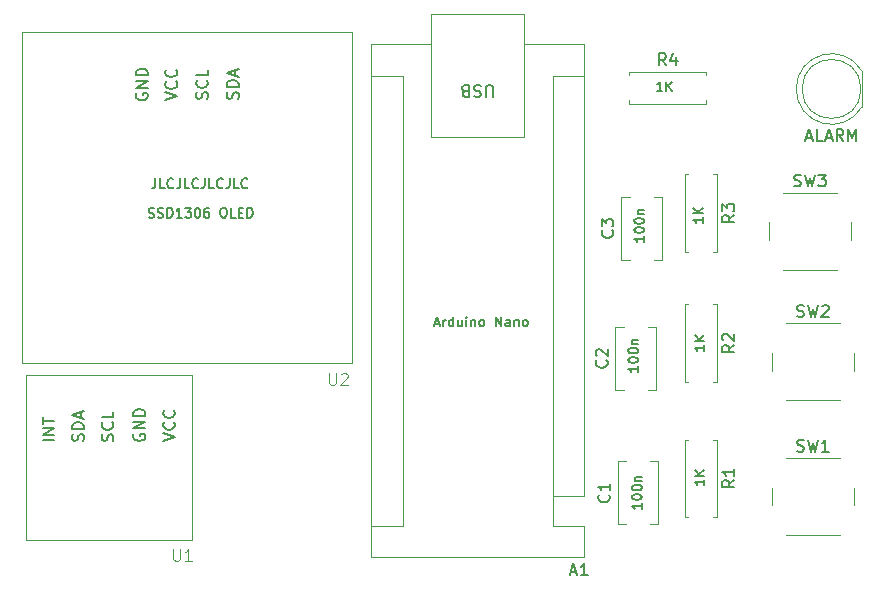
<source format=gto>
%TF.GenerationSoftware,KiCad,Pcbnew,9.0.6*%
%TF.CreationDate,2026-01-04T15:49:14-06:00*%
%TF.ProjectId,spo2_project,73706f32-5f70-4726-9f6a-6563742e6b69,rev?*%
%TF.SameCoordinates,Original*%
%TF.FileFunction,Legend,Top*%
%TF.FilePolarity,Positive*%
%FSLAX46Y46*%
G04 Gerber Fmt 4.6, Leading zero omitted, Abs format (unit mm)*
G04 Created by KiCad (PCBNEW 9.0.6) date 2026-01-04 15:49:14*
%MOMM*%
%LPD*%
G01*
G04 APERTURE LIST*
%ADD10C,0.152400*%
%ADD11C,0.162560*%
%ADD12C,0.100000*%
%ADD13C,0.150000*%
%ADD14C,0.120000*%
G04 APERTURE END LIST*
D10*
X92755082Y-86153899D02*
X92871196Y-86192603D01*
X92871196Y-86192603D02*
X93064720Y-86192603D01*
X93064720Y-86192603D02*
X93142129Y-86153899D01*
X93142129Y-86153899D02*
X93180834Y-86115194D01*
X93180834Y-86115194D02*
X93219539Y-86037784D01*
X93219539Y-86037784D02*
X93219539Y-85960375D01*
X93219539Y-85960375D02*
X93180834Y-85882965D01*
X93180834Y-85882965D02*
X93142129Y-85844260D01*
X93142129Y-85844260D02*
X93064720Y-85805556D01*
X93064720Y-85805556D02*
X92909901Y-85766851D01*
X92909901Y-85766851D02*
X92832491Y-85728146D01*
X92832491Y-85728146D02*
X92793786Y-85689441D01*
X92793786Y-85689441D02*
X92755082Y-85612032D01*
X92755082Y-85612032D02*
X92755082Y-85534622D01*
X92755082Y-85534622D02*
X92793786Y-85457213D01*
X92793786Y-85457213D02*
X92832491Y-85418508D01*
X92832491Y-85418508D02*
X92909901Y-85379803D01*
X92909901Y-85379803D02*
X93103424Y-85379803D01*
X93103424Y-85379803D02*
X93219539Y-85418508D01*
X93529177Y-86153899D02*
X93645291Y-86192603D01*
X93645291Y-86192603D02*
X93838815Y-86192603D01*
X93838815Y-86192603D02*
X93916224Y-86153899D01*
X93916224Y-86153899D02*
X93954929Y-86115194D01*
X93954929Y-86115194D02*
X93993634Y-86037784D01*
X93993634Y-86037784D02*
X93993634Y-85960375D01*
X93993634Y-85960375D02*
X93954929Y-85882965D01*
X93954929Y-85882965D02*
X93916224Y-85844260D01*
X93916224Y-85844260D02*
X93838815Y-85805556D01*
X93838815Y-85805556D02*
X93683996Y-85766851D01*
X93683996Y-85766851D02*
X93606586Y-85728146D01*
X93606586Y-85728146D02*
X93567881Y-85689441D01*
X93567881Y-85689441D02*
X93529177Y-85612032D01*
X93529177Y-85612032D02*
X93529177Y-85534622D01*
X93529177Y-85534622D02*
X93567881Y-85457213D01*
X93567881Y-85457213D02*
X93606586Y-85418508D01*
X93606586Y-85418508D02*
X93683996Y-85379803D01*
X93683996Y-85379803D02*
X93877519Y-85379803D01*
X93877519Y-85379803D02*
X93993634Y-85418508D01*
X94341976Y-86192603D02*
X94341976Y-85379803D01*
X94341976Y-85379803D02*
X94535500Y-85379803D01*
X94535500Y-85379803D02*
X94651614Y-85418508D01*
X94651614Y-85418508D02*
X94729024Y-85495918D01*
X94729024Y-85495918D02*
X94767729Y-85573327D01*
X94767729Y-85573327D02*
X94806433Y-85728146D01*
X94806433Y-85728146D02*
X94806433Y-85844260D01*
X94806433Y-85844260D02*
X94767729Y-85999079D01*
X94767729Y-85999079D02*
X94729024Y-86076489D01*
X94729024Y-86076489D02*
X94651614Y-86153899D01*
X94651614Y-86153899D02*
X94535500Y-86192603D01*
X94535500Y-86192603D02*
X94341976Y-86192603D01*
X95580529Y-86192603D02*
X95116072Y-86192603D01*
X95348300Y-86192603D02*
X95348300Y-85379803D01*
X95348300Y-85379803D02*
X95270891Y-85495918D01*
X95270891Y-85495918D02*
X95193481Y-85573327D01*
X95193481Y-85573327D02*
X95116072Y-85612032D01*
X95851462Y-85379803D02*
X96354624Y-85379803D01*
X96354624Y-85379803D02*
X96083690Y-85689441D01*
X96083690Y-85689441D02*
X96199805Y-85689441D01*
X96199805Y-85689441D02*
X96277214Y-85728146D01*
X96277214Y-85728146D02*
X96315919Y-85766851D01*
X96315919Y-85766851D02*
X96354624Y-85844260D01*
X96354624Y-85844260D02*
X96354624Y-86037784D01*
X96354624Y-86037784D02*
X96315919Y-86115194D01*
X96315919Y-86115194D02*
X96277214Y-86153899D01*
X96277214Y-86153899D02*
X96199805Y-86192603D01*
X96199805Y-86192603D02*
X95967576Y-86192603D01*
X95967576Y-86192603D02*
X95890167Y-86153899D01*
X95890167Y-86153899D02*
X95851462Y-86115194D01*
X96857785Y-85379803D02*
X96935195Y-85379803D01*
X96935195Y-85379803D02*
X97012604Y-85418508D01*
X97012604Y-85418508D02*
X97051309Y-85457213D01*
X97051309Y-85457213D02*
X97090014Y-85534622D01*
X97090014Y-85534622D02*
X97128719Y-85689441D01*
X97128719Y-85689441D02*
X97128719Y-85882965D01*
X97128719Y-85882965D02*
X97090014Y-86037784D01*
X97090014Y-86037784D02*
X97051309Y-86115194D01*
X97051309Y-86115194D02*
X97012604Y-86153899D01*
X97012604Y-86153899D02*
X96935195Y-86192603D01*
X96935195Y-86192603D02*
X96857785Y-86192603D01*
X96857785Y-86192603D02*
X96780376Y-86153899D01*
X96780376Y-86153899D02*
X96741671Y-86115194D01*
X96741671Y-86115194D02*
X96702966Y-86037784D01*
X96702966Y-86037784D02*
X96664262Y-85882965D01*
X96664262Y-85882965D02*
X96664262Y-85689441D01*
X96664262Y-85689441D02*
X96702966Y-85534622D01*
X96702966Y-85534622D02*
X96741671Y-85457213D01*
X96741671Y-85457213D02*
X96780376Y-85418508D01*
X96780376Y-85418508D02*
X96857785Y-85379803D01*
X97825404Y-85379803D02*
X97670585Y-85379803D01*
X97670585Y-85379803D02*
X97593176Y-85418508D01*
X97593176Y-85418508D02*
X97554471Y-85457213D01*
X97554471Y-85457213D02*
X97477061Y-85573327D01*
X97477061Y-85573327D02*
X97438357Y-85728146D01*
X97438357Y-85728146D02*
X97438357Y-86037784D01*
X97438357Y-86037784D02*
X97477061Y-86115194D01*
X97477061Y-86115194D02*
X97515766Y-86153899D01*
X97515766Y-86153899D02*
X97593176Y-86192603D01*
X97593176Y-86192603D02*
X97747995Y-86192603D01*
X97747995Y-86192603D02*
X97825404Y-86153899D01*
X97825404Y-86153899D02*
X97864109Y-86115194D01*
X97864109Y-86115194D02*
X97902814Y-86037784D01*
X97902814Y-86037784D02*
X97902814Y-85844260D01*
X97902814Y-85844260D02*
X97864109Y-85766851D01*
X97864109Y-85766851D02*
X97825404Y-85728146D01*
X97825404Y-85728146D02*
X97747995Y-85689441D01*
X97747995Y-85689441D02*
X97593176Y-85689441D01*
X97593176Y-85689441D02*
X97515766Y-85728146D01*
X97515766Y-85728146D02*
X97477061Y-85766851D01*
X97477061Y-85766851D02*
X97438357Y-85844260D01*
X99025251Y-85379803D02*
X99180070Y-85379803D01*
X99180070Y-85379803D02*
X99257480Y-85418508D01*
X99257480Y-85418508D02*
X99334889Y-85495918D01*
X99334889Y-85495918D02*
X99373594Y-85650737D01*
X99373594Y-85650737D02*
X99373594Y-85921670D01*
X99373594Y-85921670D02*
X99334889Y-86076489D01*
X99334889Y-86076489D02*
X99257480Y-86153899D01*
X99257480Y-86153899D02*
X99180070Y-86192603D01*
X99180070Y-86192603D02*
X99025251Y-86192603D01*
X99025251Y-86192603D02*
X98947842Y-86153899D01*
X98947842Y-86153899D02*
X98870432Y-86076489D01*
X98870432Y-86076489D02*
X98831728Y-85921670D01*
X98831728Y-85921670D02*
X98831728Y-85650737D01*
X98831728Y-85650737D02*
X98870432Y-85495918D01*
X98870432Y-85495918D02*
X98947842Y-85418508D01*
X98947842Y-85418508D02*
X99025251Y-85379803D01*
X100108985Y-86192603D02*
X99721937Y-86192603D01*
X99721937Y-86192603D02*
X99721937Y-85379803D01*
X100379918Y-85766851D02*
X100650852Y-85766851D01*
X100766966Y-86192603D02*
X100379918Y-86192603D01*
X100379918Y-86192603D02*
X100379918Y-85379803D01*
X100379918Y-85379803D02*
X100766966Y-85379803D01*
X101115308Y-86192603D02*
X101115308Y-85379803D01*
X101115308Y-85379803D02*
X101308832Y-85379803D01*
X101308832Y-85379803D02*
X101424946Y-85418508D01*
X101424946Y-85418508D02*
X101502356Y-85495918D01*
X101502356Y-85495918D02*
X101541061Y-85573327D01*
X101541061Y-85573327D02*
X101579765Y-85728146D01*
X101579765Y-85728146D02*
X101579765Y-85844260D01*
X101579765Y-85844260D02*
X101541061Y-85999079D01*
X101541061Y-85999079D02*
X101502356Y-86076489D01*
X101502356Y-86076489D02*
X101424946Y-86153899D01*
X101424946Y-86153899D02*
X101308832Y-86192603D01*
X101308832Y-86192603D02*
X101115308Y-86192603D01*
X139792603Y-108380460D02*
X139792603Y-108844917D01*
X139792603Y-108612689D02*
X138979803Y-108612689D01*
X138979803Y-108612689D02*
X139095918Y-108690098D01*
X139095918Y-108690098D02*
X139173327Y-108767508D01*
X139173327Y-108767508D02*
X139212032Y-108844917D01*
X139792603Y-108032118D02*
X138979803Y-108032118D01*
X139792603Y-107567661D02*
X139328146Y-107916003D01*
X138979803Y-107567661D02*
X139444260Y-108032118D01*
X136245539Y-75492603D02*
X135781082Y-75492603D01*
X136013310Y-75492603D02*
X136013310Y-74679803D01*
X136013310Y-74679803D02*
X135935901Y-74795918D01*
X135935901Y-74795918D02*
X135858491Y-74873327D01*
X135858491Y-74873327D02*
X135781082Y-74912032D01*
X136593881Y-75492603D02*
X136593881Y-74679803D01*
X137058338Y-75492603D02*
X136709996Y-75028146D01*
X137058338Y-74679803D02*
X136593881Y-75144260D01*
X139792603Y-96980460D02*
X139792603Y-97444917D01*
X139792603Y-97212689D02*
X138979803Y-97212689D01*
X138979803Y-97212689D02*
X139095918Y-97290098D01*
X139095918Y-97290098D02*
X139173327Y-97367508D01*
X139173327Y-97367508D02*
X139212032Y-97444917D01*
X139792603Y-96632118D02*
X138979803Y-96632118D01*
X139792603Y-96167661D02*
X139328146Y-96516003D01*
X138979803Y-96167661D02*
X139444260Y-96632118D01*
X134192603Y-98780460D02*
X134192603Y-99244917D01*
X134192603Y-99012689D02*
X133379803Y-99012689D01*
X133379803Y-99012689D02*
X133495918Y-99090098D01*
X133495918Y-99090098D02*
X133573327Y-99167508D01*
X133573327Y-99167508D02*
X133612032Y-99244917D01*
X133379803Y-98277299D02*
X133379803Y-98199889D01*
X133379803Y-98199889D02*
X133418508Y-98122480D01*
X133418508Y-98122480D02*
X133457213Y-98083775D01*
X133457213Y-98083775D02*
X133534622Y-98045070D01*
X133534622Y-98045070D02*
X133689441Y-98006365D01*
X133689441Y-98006365D02*
X133882965Y-98006365D01*
X133882965Y-98006365D02*
X134037784Y-98045070D01*
X134037784Y-98045070D02*
X134115194Y-98083775D01*
X134115194Y-98083775D02*
X134153899Y-98122480D01*
X134153899Y-98122480D02*
X134192603Y-98199889D01*
X134192603Y-98199889D02*
X134192603Y-98277299D01*
X134192603Y-98277299D02*
X134153899Y-98354708D01*
X134153899Y-98354708D02*
X134115194Y-98393413D01*
X134115194Y-98393413D02*
X134037784Y-98432118D01*
X134037784Y-98432118D02*
X133882965Y-98470822D01*
X133882965Y-98470822D02*
X133689441Y-98470822D01*
X133689441Y-98470822D02*
X133534622Y-98432118D01*
X133534622Y-98432118D02*
X133457213Y-98393413D01*
X133457213Y-98393413D02*
X133418508Y-98354708D01*
X133418508Y-98354708D02*
X133379803Y-98277299D01*
X133379803Y-97503204D02*
X133379803Y-97425794D01*
X133379803Y-97425794D02*
X133418508Y-97348385D01*
X133418508Y-97348385D02*
X133457213Y-97309680D01*
X133457213Y-97309680D02*
X133534622Y-97270975D01*
X133534622Y-97270975D02*
X133689441Y-97232270D01*
X133689441Y-97232270D02*
X133882965Y-97232270D01*
X133882965Y-97232270D02*
X134037784Y-97270975D01*
X134037784Y-97270975D02*
X134115194Y-97309680D01*
X134115194Y-97309680D02*
X134153899Y-97348385D01*
X134153899Y-97348385D02*
X134192603Y-97425794D01*
X134192603Y-97425794D02*
X134192603Y-97503204D01*
X134192603Y-97503204D02*
X134153899Y-97580613D01*
X134153899Y-97580613D02*
X134115194Y-97619318D01*
X134115194Y-97619318D02*
X134037784Y-97658023D01*
X134037784Y-97658023D02*
X133882965Y-97696727D01*
X133882965Y-97696727D02*
X133689441Y-97696727D01*
X133689441Y-97696727D02*
X133534622Y-97658023D01*
X133534622Y-97658023D02*
X133457213Y-97619318D01*
X133457213Y-97619318D02*
X133418508Y-97580613D01*
X133418508Y-97580613D02*
X133379803Y-97503204D01*
X133650737Y-96883928D02*
X134192603Y-96883928D01*
X133728146Y-96883928D02*
X133689441Y-96845223D01*
X133689441Y-96845223D02*
X133650737Y-96767813D01*
X133650737Y-96767813D02*
X133650737Y-96651699D01*
X133650737Y-96651699D02*
X133689441Y-96574290D01*
X133689441Y-96574290D02*
X133766851Y-96535585D01*
X133766851Y-96535585D02*
X134192603Y-96535585D01*
X134492603Y-110380460D02*
X134492603Y-110844917D01*
X134492603Y-110612689D02*
X133679803Y-110612689D01*
X133679803Y-110612689D02*
X133795918Y-110690098D01*
X133795918Y-110690098D02*
X133873327Y-110767508D01*
X133873327Y-110767508D02*
X133912032Y-110844917D01*
X133679803Y-109877299D02*
X133679803Y-109799889D01*
X133679803Y-109799889D02*
X133718508Y-109722480D01*
X133718508Y-109722480D02*
X133757213Y-109683775D01*
X133757213Y-109683775D02*
X133834622Y-109645070D01*
X133834622Y-109645070D02*
X133989441Y-109606365D01*
X133989441Y-109606365D02*
X134182965Y-109606365D01*
X134182965Y-109606365D02*
X134337784Y-109645070D01*
X134337784Y-109645070D02*
X134415194Y-109683775D01*
X134415194Y-109683775D02*
X134453899Y-109722480D01*
X134453899Y-109722480D02*
X134492603Y-109799889D01*
X134492603Y-109799889D02*
X134492603Y-109877299D01*
X134492603Y-109877299D02*
X134453899Y-109954708D01*
X134453899Y-109954708D02*
X134415194Y-109993413D01*
X134415194Y-109993413D02*
X134337784Y-110032118D01*
X134337784Y-110032118D02*
X134182965Y-110070822D01*
X134182965Y-110070822D02*
X133989441Y-110070822D01*
X133989441Y-110070822D02*
X133834622Y-110032118D01*
X133834622Y-110032118D02*
X133757213Y-109993413D01*
X133757213Y-109993413D02*
X133718508Y-109954708D01*
X133718508Y-109954708D02*
X133679803Y-109877299D01*
X133679803Y-109103204D02*
X133679803Y-109025794D01*
X133679803Y-109025794D02*
X133718508Y-108948385D01*
X133718508Y-108948385D02*
X133757213Y-108909680D01*
X133757213Y-108909680D02*
X133834622Y-108870975D01*
X133834622Y-108870975D02*
X133989441Y-108832270D01*
X133989441Y-108832270D02*
X134182965Y-108832270D01*
X134182965Y-108832270D02*
X134337784Y-108870975D01*
X134337784Y-108870975D02*
X134415194Y-108909680D01*
X134415194Y-108909680D02*
X134453899Y-108948385D01*
X134453899Y-108948385D02*
X134492603Y-109025794D01*
X134492603Y-109025794D02*
X134492603Y-109103204D01*
X134492603Y-109103204D02*
X134453899Y-109180613D01*
X134453899Y-109180613D02*
X134415194Y-109219318D01*
X134415194Y-109219318D02*
X134337784Y-109258023D01*
X134337784Y-109258023D02*
X134182965Y-109296727D01*
X134182965Y-109296727D02*
X133989441Y-109296727D01*
X133989441Y-109296727D02*
X133834622Y-109258023D01*
X133834622Y-109258023D02*
X133757213Y-109219318D01*
X133757213Y-109219318D02*
X133718508Y-109180613D01*
X133718508Y-109180613D02*
X133679803Y-109103204D01*
X133950737Y-108483928D02*
X134492603Y-108483928D01*
X134028146Y-108483928D02*
X133989441Y-108445223D01*
X133989441Y-108445223D02*
X133950737Y-108367813D01*
X133950737Y-108367813D02*
X133950737Y-108251699D01*
X133950737Y-108251699D02*
X133989441Y-108174290D01*
X133989441Y-108174290D02*
X134066851Y-108135585D01*
X134066851Y-108135585D02*
X134492603Y-108135585D01*
X116955082Y-95160375D02*
X117342129Y-95160375D01*
X116877672Y-95392603D02*
X117148605Y-94579803D01*
X117148605Y-94579803D02*
X117419539Y-95392603D01*
X117690472Y-95392603D02*
X117690472Y-94850737D01*
X117690472Y-95005556D02*
X117729177Y-94928146D01*
X117729177Y-94928146D02*
X117767882Y-94889441D01*
X117767882Y-94889441D02*
X117845291Y-94850737D01*
X117845291Y-94850737D02*
X117922701Y-94850737D01*
X118541977Y-95392603D02*
X118541977Y-94579803D01*
X118541977Y-95353899D02*
X118464568Y-95392603D01*
X118464568Y-95392603D02*
X118309749Y-95392603D01*
X118309749Y-95392603D02*
X118232339Y-95353899D01*
X118232339Y-95353899D02*
X118193634Y-95315194D01*
X118193634Y-95315194D02*
X118154930Y-95237784D01*
X118154930Y-95237784D02*
X118154930Y-95005556D01*
X118154930Y-95005556D02*
X118193634Y-94928146D01*
X118193634Y-94928146D02*
X118232339Y-94889441D01*
X118232339Y-94889441D02*
X118309749Y-94850737D01*
X118309749Y-94850737D02*
X118464568Y-94850737D01*
X118464568Y-94850737D02*
X118541977Y-94889441D01*
X119277367Y-94850737D02*
X119277367Y-95392603D01*
X118929024Y-94850737D02*
X118929024Y-95276489D01*
X118929024Y-95276489D02*
X118967729Y-95353899D01*
X118967729Y-95353899D02*
X119045139Y-95392603D01*
X119045139Y-95392603D02*
X119161253Y-95392603D01*
X119161253Y-95392603D02*
X119238662Y-95353899D01*
X119238662Y-95353899D02*
X119277367Y-95315194D01*
X119664414Y-95392603D02*
X119664414Y-94850737D01*
X119664414Y-94579803D02*
X119625710Y-94618508D01*
X119625710Y-94618508D02*
X119664414Y-94657213D01*
X119664414Y-94657213D02*
X119703119Y-94618508D01*
X119703119Y-94618508D02*
X119664414Y-94579803D01*
X119664414Y-94579803D02*
X119664414Y-94657213D01*
X120051462Y-94850737D02*
X120051462Y-95392603D01*
X120051462Y-94928146D02*
X120090167Y-94889441D01*
X120090167Y-94889441D02*
X120167577Y-94850737D01*
X120167577Y-94850737D02*
X120283691Y-94850737D01*
X120283691Y-94850737D02*
X120361100Y-94889441D01*
X120361100Y-94889441D02*
X120399805Y-94966851D01*
X120399805Y-94966851D02*
X120399805Y-95392603D01*
X120902967Y-95392603D02*
X120825557Y-95353899D01*
X120825557Y-95353899D02*
X120786852Y-95315194D01*
X120786852Y-95315194D02*
X120748148Y-95237784D01*
X120748148Y-95237784D02*
X120748148Y-95005556D01*
X120748148Y-95005556D02*
X120786852Y-94928146D01*
X120786852Y-94928146D02*
X120825557Y-94889441D01*
X120825557Y-94889441D02*
X120902967Y-94850737D01*
X120902967Y-94850737D02*
X121019081Y-94850737D01*
X121019081Y-94850737D02*
X121096490Y-94889441D01*
X121096490Y-94889441D02*
X121135195Y-94928146D01*
X121135195Y-94928146D02*
X121173900Y-95005556D01*
X121173900Y-95005556D02*
X121173900Y-95237784D01*
X121173900Y-95237784D02*
X121135195Y-95315194D01*
X121135195Y-95315194D02*
X121096490Y-95353899D01*
X121096490Y-95353899D02*
X121019081Y-95392603D01*
X121019081Y-95392603D02*
X120902967Y-95392603D01*
X122141518Y-95392603D02*
X122141518Y-94579803D01*
X122141518Y-94579803D02*
X122605975Y-95392603D01*
X122605975Y-95392603D02*
X122605975Y-94579803D01*
X123341366Y-95392603D02*
X123341366Y-94966851D01*
X123341366Y-94966851D02*
X123302661Y-94889441D01*
X123302661Y-94889441D02*
X123225252Y-94850737D01*
X123225252Y-94850737D02*
X123070433Y-94850737D01*
X123070433Y-94850737D02*
X122993023Y-94889441D01*
X123341366Y-95353899D02*
X123263957Y-95392603D01*
X123263957Y-95392603D02*
X123070433Y-95392603D01*
X123070433Y-95392603D02*
X122993023Y-95353899D01*
X122993023Y-95353899D02*
X122954319Y-95276489D01*
X122954319Y-95276489D02*
X122954319Y-95199079D01*
X122954319Y-95199079D02*
X122993023Y-95121670D01*
X122993023Y-95121670D02*
X123070433Y-95082965D01*
X123070433Y-95082965D02*
X123263957Y-95082965D01*
X123263957Y-95082965D02*
X123341366Y-95044260D01*
X123728413Y-94850737D02*
X123728413Y-95392603D01*
X123728413Y-94928146D02*
X123767118Y-94889441D01*
X123767118Y-94889441D02*
X123844528Y-94850737D01*
X123844528Y-94850737D02*
X123960642Y-94850737D01*
X123960642Y-94850737D02*
X124038051Y-94889441D01*
X124038051Y-94889441D02*
X124076756Y-94966851D01*
X124076756Y-94966851D02*
X124076756Y-95392603D01*
X124579918Y-95392603D02*
X124502508Y-95353899D01*
X124502508Y-95353899D02*
X124463803Y-95315194D01*
X124463803Y-95315194D02*
X124425099Y-95237784D01*
X124425099Y-95237784D02*
X124425099Y-95005556D01*
X124425099Y-95005556D02*
X124463803Y-94928146D01*
X124463803Y-94928146D02*
X124502508Y-94889441D01*
X124502508Y-94889441D02*
X124579918Y-94850737D01*
X124579918Y-94850737D02*
X124696032Y-94850737D01*
X124696032Y-94850737D02*
X124773441Y-94889441D01*
X124773441Y-94889441D02*
X124812146Y-94928146D01*
X124812146Y-94928146D02*
X124850851Y-95005556D01*
X124850851Y-95005556D02*
X124850851Y-95237784D01*
X124850851Y-95237784D02*
X124812146Y-95315194D01*
X124812146Y-95315194D02*
X124773441Y-95353899D01*
X124773441Y-95353899D02*
X124696032Y-95392603D01*
X124696032Y-95392603D02*
X124579918Y-95392603D01*
X134692603Y-87780460D02*
X134692603Y-88244917D01*
X134692603Y-88012689D02*
X133879803Y-88012689D01*
X133879803Y-88012689D02*
X133995918Y-88090098D01*
X133995918Y-88090098D02*
X134073327Y-88167508D01*
X134073327Y-88167508D02*
X134112032Y-88244917D01*
X133879803Y-87277299D02*
X133879803Y-87199889D01*
X133879803Y-87199889D02*
X133918508Y-87122480D01*
X133918508Y-87122480D02*
X133957213Y-87083775D01*
X133957213Y-87083775D02*
X134034622Y-87045070D01*
X134034622Y-87045070D02*
X134189441Y-87006365D01*
X134189441Y-87006365D02*
X134382965Y-87006365D01*
X134382965Y-87006365D02*
X134537784Y-87045070D01*
X134537784Y-87045070D02*
X134615194Y-87083775D01*
X134615194Y-87083775D02*
X134653899Y-87122480D01*
X134653899Y-87122480D02*
X134692603Y-87199889D01*
X134692603Y-87199889D02*
X134692603Y-87277299D01*
X134692603Y-87277299D02*
X134653899Y-87354708D01*
X134653899Y-87354708D02*
X134615194Y-87393413D01*
X134615194Y-87393413D02*
X134537784Y-87432118D01*
X134537784Y-87432118D02*
X134382965Y-87470822D01*
X134382965Y-87470822D02*
X134189441Y-87470822D01*
X134189441Y-87470822D02*
X134034622Y-87432118D01*
X134034622Y-87432118D02*
X133957213Y-87393413D01*
X133957213Y-87393413D02*
X133918508Y-87354708D01*
X133918508Y-87354708D02*
X133879803Y-87277299D01*
X133879803Y-86503204D02*
X133879803Y-86425794D01*
X133879803Y-86425794D02*
X133918508Y-86348385D01*
X133918508Y-86348385D02*
X133957213Y-86309680D01*
X133957213Y-86309680D02*
X134034622Y-86270975D01*
X134034622Y-86270975D02*
X134189441Y-86232270D01*
X134189441Y-86232270D02*
X134382965Y-86232270D01*
X134382965Y-86232270D02*
X134537784Y-86270975D01*
X134537784Y-86270975D02*
X134615194Y-86309680D01*
X134615194Y-86309680D02*
X134653899Y-86348385D01*
X134653899Y-86348385D02*
X134692603Y-86425794D01*
X134692603Y-86425794D02*
X134692603Y-86503204D01*
X134692603Y-86503204D02*
X134653899Y-86580613D01*
X134653899Y-86580613D02*
X134615194Y-86619318D01*
X134615194Y-86619318D02*
X134537784Y-86658023D01*
X134537784Y-86658023D02*
X134382965Y-86696727D01*
X134382965Y-86696727D02*
X134189441Y-86696727D01*
X134189441Y-86696727D02*
X134034622Y-86658023D01*
X134034622Y-86658023D02*
X133957213Y-86619318D01*
X133957213Y-86619318D02*
X133918508Y-86580613D01*
X133918508Y-86580613D02*
X133879803Y-86503204D01*
X134150737Y-85883928D02*
X134692603Y-85883928D01*
X134228146Y-85883928D02*
X134189441Y-85845223D01*
X134189441Y-85845223D02*
X134150737Y-85767813D01*
X134150737Y-85767813D02*
X134150737Y-85651699D01*
X134150737Y-85651699D02*
X134189441Y-85574290D01*
X134189441Y-85574290D02*
X134266851Y-85535585D01*
X134266851Y-85535585D02*
X134692603Y-85535585D01*
D11*
X93332699Y-82879274D02*
X93332699Y-83459846D01*
X93332699Y-83459846D02*
X93293994Y-83575960D01*
X93293994Y-83575960D02*
X93216585Y-83653370D01*
X93216585Y-83653370D02*
X93100470Y-83692074D01*
X93100470Y-83692074D02*
X93023061Y-83692074D01*
X94106794Y-83692074D02*
X93719746Y-83692074D01*
X93719746Y-83692074D02*
X93719746Y-82879274D01*
X94842184Y-83614665D02*
X94803480Y-83653370D01*
X94803480Y-83653370D02*
X94687365Y-83692074D01*
X94687365Y-83692074D02*
X94609956Y-83692074D01*
X94609956Y-83692074D02*
X94493842Y-83653370D01*
X94493842Y-83653370D02*
X94416432Y-83575960D01*
X94416432Y-83575960D02*
X94377727Y-83498550D01*
X94377727Y-83498550D02*
X94339023Y-83343731D01*
X94339023Y-83343731D02*
X94339023Y-83227617D01*
X94339023Y-83227617D02*
X94377727Y-83072798D01*
X94377727Y-83072798D02*
X94416432Y-82995389D01*
X94416432Y-82995389D02*
X94493842Y-82917979D01*
X94493842Y-82917979D02*
X94609956Y-82879274D01*
X94609956Y-82879274D02*
X94687365Y-82879274D01*
X94687365Y-82879274D02*
X94803480Y-82917979D01*
X94803480Y-82917979D02*
X94842184Y-82956684D01*
X95422756Y-82879274D02*
X95422756Y-83459846D01*
X95422756Y-83459846D02*
X95384051Y-83575960D01*
X95384051Y-83575960D02*
X95306642Y-83653370D01*
X95306642Y-83653370D02*
X95190527Y-83692074D01*
X95190527Y-83692074D02*
X95113118Y-83692074D01*
X96196851Y-83692074D02*
X95809803Y-83692074D01*
X95809803Y-83692074D02*
X95809803Y-82879274D01*
X96932241Y-83614665D02*
X96893537Y-83653370D01*
X96893537Y-83653370D02*
X96777422Y-83692074D01*
X96777422Y-83692074D02*
X96700013Y-83692074D01*
X96700013Y-83692074D02*
X96583899Y-83653370D01*
X96583899Y-83653370D02*
X96506489Y-83575960D01*
X96506489Y-83575960D02*
X96467784Y-83498550D01*
X96467784Y-83498550D02*
X96429080Y-83343731D01*
X96429080Y-83343731D02*
X96429080Y-83227617D01*
X96429080Y-83227617D02*
X96467784Y-83072798D01*
X96467784Y-83072798D02*
X96506489Y-82995389D01*
X96506489Y-82995389D02*
X96583899Y-82917979D01*
X96583899Y-82917979D02*
X96700013Y-82879274D01*
X96700013Y-82879274D02*
X96777422Y-82879274D01*
X96777422Y-82879274D02*
X96893537Y-82917979D01*
X96893537Y-82917979D02*
X96932241Y-82956684D01*
X97512813Y-82879274D02*
X97512813Y-83459846D01*
X97512813Y-83459846D02*
X97474108Y-83575960D01*
X97474108Y-83575960D02*
X97396699Y-83653370D01*
X97396699Y-83653370D02*
X97280584Y-83692074D01*
X97280584Y-83692074D02*
X97203175Y-83692074D01*
X98286908Y-83692074D02*
X97899860Y-83692074D01*
X97899860Y-83692074D02*
X97899860Y-82879274D01*
X99022298Y-83614665D02*
X98983594Y-83653370D01*
X98983594Y-83653370D02*
X98867479Y-83692074D01*
X98867479Y-83692074D02*
X98790070Y-83692074D01*
X98790070Y-83692074D02*
X98673956Y-83653370D01*
X98673956Y-83653370D02*
X98596546Y-83575960D01*
X98596546Y-83575960D02*
X98557841Y-83498550D01*
X98557841Y-83498550D02*
X98519137Y-83343731D01*
X98519137Y-83343731D02*
X98519137Y-83227617D01*
X98519137Y-83227617D02*
X98557841Y-83072798D01*
X98557841Y-83072798D02*
X98596546Y-82995389D01*
X98596546Y-82995389D02*
X98673956Y-82917979D01*
X98673956Y-82917979D02*
X98790070Y-82879274D01*
X98790070Y-82879274D02*
X98867479Y-82879274D01*
X98867479Y-82879274D02*
X98983594Y-82917979D01*
X98983594Y-82917979D02*
X99022298Y-82956684D01*
X99602870Y-82879274D02*
X99602870Y-83459846D01*
X99602870Y-83459846D02*
X99564165Y-83575960D01*
X99564165Y-83575960D02*
X99486756Y-83653370D01*
X99486756Y-83653370D02*
X99370641Y-83692074D01*
X99370641Y-83692074D02*
X99293232Y-83692074D01*
X100376965Y-83692074D02*
X99989917Y-83692074D01*
X99989917Y-83692074D02*
X99989917Y-82879274D01*
X101112355Y-83614665D02*
X101073651Y-83653370D01*
X101073651Y-83653370D02*
X100957536Y-83692074D01*
X100957536Y-83692074D02*
X100880127Y-83692074D01*
X100880127Y-83692074D02*
X100764013Y-83653370D01*
X100764013Y-83653370D02*
X100686603Y-83575960D01*
X100686603Y-83575960D02*
X100647898Y-83498550D01*
X100647898Y-83498550D02*
X100609194Y-83343731D01*
X100609194Y-83343731D02*
X100609194Y-83227617D01*
X100609194Y-83227617D02*
X100647898Y-83072798D01*
X100647898Y-83072798D02*
X100686603Y-82995389D01*
X100686603Y-82995389D02*
X100764013Y-82917979D01*
X100764013Y-82917979D02*
X100880127Y-82879274D01*
X100880127Y-82879274D02*
X100957536Y-82879274D01*
X100957536Y-82879274D02*
X101073651Y-82917979D01*
X101073651Y-82917979D02*
X101112355Y-82956684D01*
D10*
X139692603Y-86180460D02*
X139692603Y-86644917D01*
X139692603Y-86412689D02*
X138879803Y-86412689D01*
X138879803Y-86412689D02*
X138995918Y-86490098D01*
X138995918Y-86490098D02*
X139073327Y-86567508D01*
X139073327Y-86567508D02*
X139112032Y-86644917D01*
X139692603Y-85832118D02*
X138879803Y-85832118D01*
X139692603Y-85367661D02*
X139228146Y-85716003D01*
X138879803Y-85367661D02*
X139344260Y-85832118D01*
D12*
X94838095Y-114257419D02*
X94838095Y-115066942D01*
X94838095Y-115066942D02*
X94885714Y-115162180D01*
X94885714Y-115162180D02*
X94933333Y-115209800D01*
X94933333Y-115209800D02*
X95028571Y-115257419D01*
X95028571Y-115257419D02*
X95219047Y-115257419D01*
X95219047Y-115257419D02*
X95314285Y-115209800D01*
X95314285Y-115209800D02*
X95361904Y-115162180D01*
X95361904Y-115162180D02*
X95409523Y-115066942D01*
X95409523Y-115066942D02*
X95409523Y-114257419D01*
X96409523Y-115257419D02*
X95838095Y-115257419D01*
X96123809Y-115257419D02*
X96123809Y-114257419D01*
X96123809Y-114257419D02*
X96028571Y-114400276D01*
X96028571Y-114400276D02*
X95933333Y-114495514D01*
X95933333Y-114495514D02*
X95838095Y-114543133D01*
D13*
X84769819Y-105043220D02*
X83769819Y-105043220D01*
X84769819Y-104567030D02*
X83769819Y-104567030D01*
X83769819Y-104567030D02*
X84769819Y-103995602D01*
X84769819Y-103995602D02*
X83769819Y-103995602D01*
X83769819Y-103662268D02*
X83769819Y-103090840D01*
X84769819Y-103376554D02*
X83769819Y-103376554D01*
X87222200Y-105090839D02*
X87269819Y-104947982D01*
X87269819Y-104947982D02*
X87269819Y-104709887D01*
X87269819Y-104709887D02*
X87222200Y-104614649D01*
X87222200Y-104614649D02*
X87174580Y-104567030D01*
X87174580Y-104567030D02*
X87079342Y-104519411D01*
X87079342Y-104519411D02*
X86984104Y-104519411D01*
X86984104Y-104519411D02*
X86888866Y-104567030D01*
X86888866Y-104567030D02*
X86841247Y-104614649D01*
X86841247Y-104614649D02*
X86793628Y-104709887D01*
X86793628Y-104709887D02*
X86746009Y-104900363D01*
X86746009Y-104900363D02*
X86698390Y-104995601D01*
X86698390Y-104995601D02*
X86650771Y-105043220D01*
X86650771Y-105043220D02*
X86555533Y-105090839D01*
X86555533Y-105090839D02*
X86460295Y-105090839D01*
X86460295Y-105090839D02*
X86365057Y-105043220D01*
X86365057Y-105043220D02*
X86317438Y-104995601D01*
X86317438Y-104995601D02*
X86269819Y-104900363D01*
X86269819Y-104900363D02*
X86269819Y-104662268D01*
X86269819Y-104662268D02*
X86317438Y-104519411D01*
X87269819Y-104090839D02*
X86269819Y-104090839D01*
X86269819Y-104090839D02*
X86269819Y-103852744D01*
X86269819Y-103852744D02*
X86317438Y-103709887D01*
X86317438Y-103709887D02*
X86412676Y-103614649D01*
X86412676Y-103614649D02*
X86507914Y-103567030D01*
X86507914Y-103567030D02*
X86698390Y-103519411D01*
X86698390Y-103519411D02*
X86841247Y-103519411D01*
X86841247Y-103519411D02*
X87031723Y-103567030D01*
X87031723Y-103567030D02*
X87126961Y-103614649D01*
X87126961Y-103614649D02*
X87222200Y-103709887D01*
X87222200Y-103709887D02*
X87269819Y-103852744D01*
X87269819Y-103852744D02*
X87269819Y-104090839D01*
X86984104Y-103138458D02*
X86984104Y-102662268D01*
X87269819Y-103233696D02*
X86269819Y-102900363D01*
X86269819Y-102900363D02*
X87269819Y-102567030D01*
X93969819Y-105086077D02*
X94969819Y-104752744D01*
X94969819Y-104752744D02*
X93969819Y-104419411D01*
X94874580Y-103514649D02*
X94922200Y-103562268D01*
X94922200Y-103562268D02*
X94969819Y-103705125D01*
X94969819Y-103705125D02*
X94969819Y-103800363D01*
X94969819Y-103800363D02*
X94922200Y-103943220D01*
X94922200Y-103943220D02*
X94826961Y-104038458D01*
X94826961Y-104038458D02*
X94731723Y-104086077D01*
X94731723Y-104086077D02*
X94541247Y-104133696D01*
X94541247Y-104133696D02*
X94398390Y-104133696D01*
X94398390Y-104133696D02*
X94207914Y-104086077D01*
X94207914Y-104086077D02*
X94112676Y-104038458D01*
X94112676Y-104038458D02*
X94017438Y-103943220D01*
X94017438Y-103943220D02*
X93969819Y-103800363D01*
X93969819Y-103800363D02*
X93969819Y-103705125D01*
X93969819Y-103705125D02*
X94017438Y-103562268D01*
X94017438Y-103562268D02*
X94065057Y-103514649D01*
X94874580Y-102514649D02*
X94922200Y-102562268D01*
X94922200Y-102562268D02*
X94969819Y-102705125D01*
X94969819Y-102705125D02*
X94969819Y-102800363D01*
X94969819Y-102800363D02*
X94922200Y-102943220D01*
X94922200Y-102943220D02*
X94826961Y-103038458D01*
X94826961Y-103038458D02*
X94731723Y-103086077D01*
X94731723Y-103086077D02*
X94541247Y-103133696D01*
X94541247Y-103133696D02*
X94398390Y-103133696D01*
X94398390Y-103133696D02*
X94207914Y-103086077D01*
X94207914Y-103086077D02*
X94112676Y-103038458D01*
X94112676Y-103038458D02*
X94017438Y-102943220D01*
X94017438Y-102943220D02*
X93969819Y-102800363D01*
X93969819Y-102800363D02*
X93969819Y-102705125D01*
X93969819Y-102705125D02*
X94017438Y-102562268D01*
X94017438Y-102562268D02*
X94065057Y-102514649D01*
X91517438Y-104519411D02*
X91469819Y-104614649D01*
X91469819Y-104614649D02*
X91469819Y-104757506D01*
X91469819Y-104757506D02*
X91517438Y-104900363D01*
X91517438Y-104900363D02*
X91612676Y-104995601D01*
X91612676Y-104995601D02*
X91707914Y-105043220D01*
X91707914Y-105043220D02*
X91898390Y-105090839D01*
X91898390Y-105090839D02*
X92041247Y-105090839D01*
X92041247Y-105090839D02*
X92231723Y-105043220D01*
X92231723Y-105043220D02*
X92326961Y-104995601D01*
X92326961Y-104995601D02*
X92422200Y-104900363D01*
X92422200Y-104900363D02*
X92469819Y-104757506D01*
X92469819Y-104757506D02*
X92469819Y-104662268D01*
X92469819Y-104662268D02*
X92422200Y-104519411D01*
X92422200Y-104519411D02*
X92374580Y-104471792D01*
X92374580Y-104471792D02*
X92041247Y-104471792D01*
X92041247Y-104471792D02*
X92041247Y-104662268D01*
X92469819Y-104043220D02*
X91469819Y-104043220D01*
X91469819Y-104043220D02*
X92469819Y-103471792D01*
X92469819Y-103471792D02*
X91469819Y-103471792D01*
X92469819Y-102995601D02*
X91469819Y-102995601D01*
X91469819Y-102995601D02*
X91469819Y-102757506D01*
X91469819Y-102757506D02*
X91517438Y-102614649D01*
X91517438Y-102614649D02*
X91612676Y-102519411D01*
X91612676Y-102519411D02*
X91707914Y-102471792D01*
X91707914Y-102471792D02*
X91898390Y-102424173D01*
X91898390Y-102424173D02*
X92041247Y-102424173D01*
X92041247Y-102424173D02*
X92231723Y-102471792D01*
X92231723Y-102471792D02*
X92326961Y-102519411D01*
X92326961Y-102519411D02*
X92422200Y-102614649D01*
X92422200Y-102614649D02*
X92469819Y-102757506D01*
X92469819Y-102757506D02*
X92469819Y-102995601D01*
X89722200Y-105090839D02*
X89769819Y-104947982D01*
X89769819Y-104947982D02*
X89769819Y-104709887D01*
X89769819Y-104709887D02*
X89722200Y-104614649D01*
X89722200Y-104614649D02*
X89674580Y-104567030D01*
X89674580Y-104567030D02*
X89579342Y-104519411D01*
X89579342Y-104519411D02*
X89484104Y-104519411D01*
X89484104Y-104519411D02*
X89388866Y-104567030D01*
X89388866Y-104567030D02*
X89341247Y-104614649D01*
X89341247Y-104614649D02*
X89293628Y-104709887D01*
X89293628Y-104709887D02*
X89246009Y-104900363D01*
X89246009Y-104900363D02*
X89198390Y-104995601D01*
X89198390Y-104995601D02*
X89150771Y-105043220D01*
X89150771Y-105043220D02*
X89055533Y-105090839D01*
X89055533Y-105090839D02*
X88960295Y-105090839D01*
X88960295Y-105090839D02*
X88865057Y-105043220D01*
X88865057Y-105043220D02*
X88817438Y-104995601D01*
X88817438Y-104995601D02*
X88769819Y-104900363D01*
X88769819Y-104900363D02*
X88769819Y-104662268D01*
X88769819Y-104662268D02*
X88817438Y-104519411D01*
X89674580Y-103519411D02*
X89722200Y-103567030D01*
X89722200Y-103567030D02*
X89769819Y-103709887D01*
X89769819Y-103709887D02*
X89769819Y-103805125D01*
X89769819Y-103805125D02*
X89722200Y-103947982D01*
X89722200Y-103947982D02*
X89626961Y-104043220D01*
X89626961Y-104043220D02*
X89531723Y-104090839D01*
X89531723Y-104090839D02*
X89341247Y-104138458D01*
X89341247Y-104138458D02*
X89198390Y-104138458D01*
X89198390Y-104138458D02*
X89007914Y-104090839D01*
X89007914Y-104090839D02*
X88912676Y-104043220D01*
X88912676Y-104043220D02*
X88817438Y-103947982D01*
X88817438Y-103947982D02*
X88769819Y-103805125D01*
X88769819Y-103805125D02*
X88769819Y-103709887D01*
X88769819Y-103709887D02*
X88817438Y-103567030D01*
X88817438Y-103567030D02*
X88865057Y-103519411D01*
X89769819Y-102614649D02*
X89769819Y-103090839D01*
X89769819Y-103090839D02*
X88769819Y-103090839D01*
X132009580Y-87266666D02*
X132057200Y-87314285D01*
X132057200Y-87314285D02*
X132104819Y-87457142D01*
X132104819Y-87457142D02*
X132104819Y-87552380D01*
X132104819Y-87552380D02*
X132057200Y-87695237D01*
X132057200Y-87695237D02*
X131961961Y-87790475D01*
X131961961Y-87790475D02*
X131866723Y-87838094D01*
X131866723Y-87838094D02*
X131676247Y-87885713D01*
X131676247Y-87885713D02*
X131533390Y-87885713D01*
X131533390Y-87885713D02*
X131342914Y-87838094D01*
X131342914Y-87838094D02*
X131247676Y-87790475D01*
X131247676Y-87790475D02*
X131152438Y-87695237D01*
X131152438Y-87695237D02*
X131104819Y-87552380D01*
X131104819Y-87552380D02*
X131104819Y-87457142D01*
X131104819Y-87457142D02*
X131152438Y-87314285D01*
X131152438Y-87314285D02*
X131200057Y-87266666D01*
X131104819Y-86933332D02*
X131104819Y-86314285D01*
X131104819Y-86314285D02*
X131485771Y-86647618D01*
X131485771Y-86647618D02*
X131485771Y-86504761D01*
X131485771Y-86504761D02*
X131533390Y-86409523D01*
X131533390Y-86409523D02*
X131581009Y-86361904D01*
X131581009Y-86361904D02*
X131676247Y-86314285D01*
X131676247Y-86314285D02*
X131914342Y-86314285D01*
X131914342Y-86314285D02*
X132009580Y-86361904D01*
X132009580Y-86361904D02*
X132057200Y-86409523D01*
X132057200Y-86409523D02*
X132104819Y-86504761D01*
X132104819Y-86504761D02*
X132104819Y-86790475D01*
X132104819Y-86790475D02*
X132057200Y-86885713D01*
X132057200Y-86885713D02*
X132009580Y-86933332D01*
D12*
X108038095Y-99357419D02*
X108038095Y-100166942D01*
X108038095Y-100166942D02*
X108085714Y-100262180D01*
X108085714Y-100262180D02*
X108133333Y-100309800D01*
X108133333Y-100309800D02*
X108228571Y-100357419D01*
X108228571Y-100357419D02*
X108419047Y-100357419D01*
X108419047Y-100357419D02*
X108514285Y-100309800D01*
X108514285Y-100309800D02*
X108561904Y-100262180D01*
X108561904Y-100262180D02*
X108609523Y-100166942D01*
X108609523Y-100166942D02*
X108609523Y-99357419D01*
X109038095Y-99452657D02*
X109085714Y-99405038D01*
X109085714Y-99405038D02*
X109180952Y-99357419D01*
X109180952Y-99357419D02*
X109419047Y-99357419D01*
X109419047Y-99357419D02*
X109514285Y-99405038D01*
X109514285Y-99405038D02*
X109561904Y-99452657D01*
X109561904Y-99452657D02*
X109609523Y-99547895D01*
X109609523Y-99547895D02*
X109609523Y-99643133D01*
X109609523Y-99643133D02*
X109561904Y-99785990D01*
X109561904Y-99785990D02*
X108990476Y-100357419D01*
X108990476Y-100357419D02*
X109609523Y-100357419D01*
D13*
X94169819Y-76236077D02*
X95169819Y-75902744D01*
X95169819Y-75902744D02*
X94169819Y-75569411D01*
X95074580Y-74664649D02*
X95122200Y-74712268D01*
X95122200Y-74712268D02*
X95169819Y-74855125D01*
X95169819Y-74855125D02*
X95169819Y-74950363D01*
X95169819Y-74950363D02*
X95122200Y-75093220D01*
X95122200Y-75093220D02*
X95026961Y-75188458D01*
X95026961Y-75188458D02*
X94931723Y-75236077D01*
X94931723Y-75236077D02*
X94741247Y-75283696D01*
X94741247Y-75283696D02*
X94598390Y-75283696D01*
X94598390Y-75283696D02*
X94407914Y-75236077D01*
X94407914Y-75236077D02*
X94312676Y-75188458D01*
X94312676Y-75188458D02*
X94217438Y-75093220D01*
X94217438Y-75093220D02*
X94169819Y-74950363D01*
X94169819Y-74950363D02*
X94169819Y-74855125D01*
X94169819Y-74855125D02*
X94217438Y-74712268D01*
X94217438Y-74712268D02*
X94265057Y-74664649D01*
X95074580Y-73664649D02*
X95122200Y-73712268D01*
X95122200Y-73712268D02*
X95169819Y-73855125D01*
X95169819Y-73855125D02*
X95169819Y-73950363D01*
X95169819Y-73950363D02*
X95122200Y-74093220D01*
X95122200Y-74093220D02*
X95026961Y-74188458D01*
X95026961Y-74188458D02*
X94931723Y-74236077D01*
X94931723Y-74236077D02*
X94741247Y-74283696D01*
X94741247Y-74283696D02*
X94598390Y-74283696D01*
X94598390Y-74283696D02*
X94407914Y-74236077D01*
X94407914Y-74236077D02*
X94312676Y-74188458D01*
X94312676Y-74188458D02*
X94217438Y-74093220D01*
X94217438Y-74093220D02*
X94169819Y-73950363D01*
X94169819Y-73950363D02*
X94169819Y-73855125D01*
X94169819Y-73855125D02*
X94217438Y-73712268D01*
X94217438Y-73712268D02*
X94265057Y-73664649D01*
X91717438Y-75669411D02*
X91669819Y-75764649D01*
X91669819Y-75764649D02*
X91669819Y-75907506D01*
X91669819Y-75907506D02*
X91717438Y-76050363D01*
X91717438Y-76050363D02*
X91812676Y-76145601D01*
X91812676Y-76145601D02*
X91907914Y-76193220D01*
X91907914Y-76193220D02*
X92098390Y-76240839D01*
X92098390Y-76240839D02*
X92241247Y-76240839D01*
X92241247Y-76240839D02*
X92431723Y-76193220D01*
X92431723Y-76193220D02*
X92526961Y-76145601D01*
X92526961Y-76145601D02*
X92622200Y-76050363D01*
X92622200Y-76050363D02*
X92669819Y-75907506D01*
X92669819Y-75907506D02*
X92669819Y-75812268D01*
X92669819Y-75812268D02*
X92622200Y-75669411D01*
X92622200Y-75669411D02*
X92574580Y-75621792D01*
X92574580Y-75621792D02*
X92241247Y-75621792D01*
X92241247Y-75621792D02*
X92241247Y-75812268D01*
X92669819Y-75193220D02*
X91669819Y-75193220D01*
X91669819Y-75193220D02*
X92669819Y-74621792D01*
X92669819Y-74621792D02*
X91669819Y-74621792D01*
X92669819Y-74145601D02*
X91669819Y-74145601D01*
X91669819Y-74145601D02*
X91669819Y-73907506D01*
X91669819Y-73907506D02*
X91717438Y-73764649D01*
X91717438Y-73764649D02*
X91812676Y-73669411D01*
X91812676Y-73669411D02*
X91907914Y-73621792D01*
X91907914Y-73621792D02*
X92098390Y-73574173D01*
X92098390Y-73574173D02*
X92241247Y-73574173D01*
X92241247Y-73574173D02*
X92431723Y-73621792D01*
X92431723Y-73621792D02*
X92526961Y-73669411D01*
X92526961Y-73669411D02*
X92622200Y-73764649D01*
X92622200Y-73764649D02*
X92669819Y-73907506D01*
X92669819Y-73907506D02*
X92669819Y-74145601D01*
X97722200Y-76140839D02*
X97769819Y-75997982D01*
X97769819Y-75997982D02*
X97769819Y-75759887D01*
X97769819Y-75759887D02*
X97722200Y-75664649D01*
X97722200Y-75664649D02*
X97674580Y-75617030D01*
X97674580Y-75617030D02*
X97579342Y-75569411D01*
X97579342Y-75569411D02*
X97484104Y-75569411D01*
X97484104Y-75569411D02*
X97388866Y-75617030D01*
X97388866Y-75617030D02*
X97341247Y-75664649D01*
X97341247Y-75664649D02*
X97293628Y-75759887D01*
X97293628Y-75759887D02*
X97246009Y-75950363D01*
X97246009Y-75950363D02*
X97198390Y-76045601D01*
X97198390Y-76045601D02*
X97150771Y-76093220D01*
X97150771Y-76093220D02*
X97055533Y-76140839D01*
X97055533Y-76140839D02*
X96960295Y-76140839D01*
X96960295Y-76140839D02*
X96865057Y-76093220D01*
X96865057Y-76093220D02*
X96817438Y-76045601D01*
X96817438Y-76045601D02*
X96769819Y-75950363D01*
X96769819Y-75950363D02*
X96769819Y-75712268D01*
X96769819Y-75712268D02*
X96817438Y-75569411D01*
X97674580Y-74569411D02*
X97722200Y-74617030D01*
X97722200Y-74617030D02*
X97769819Y-74759887D01*
X97769819Y-74759887D02*
X97769819Y-74855125D01*
X97769819Y-74855125D02*
X97722200Y-74997982D01*
X97722200Y-74997982D02*
X97626961Y-75093220D01*
X97626961Y-75093220D02*
X97531723Y-75140839D01*
X97531723Y-75140839D02*
X97341247Y-75188458D01*
X97341247Y-75188458D02*
X97198390Y-75188458D01*
X97198390Y-75188458D02*
X97007914Y-75140839D01*
X97007914Y-75140839D02*
X96912676Y-75093220D01*
X96912676Y-75093220D02*
X96817438Y-74997982D01*
X96817438Y-74997982D02*
X96769819Y-74855125D01*
X96769819Y-74855125D02*
X96769819Y-74759887D01*
X96769819Y-74759887D02*
X96817438Y-74617030D01*
X96817438Y-74617030D02*
X96865057Y-74569411D01*
X97769819Y-73664649D02*
X97769819Y-74140839D01*
X97769819Y-74140839D02*
X96769819Y-74140839D01*
X100322200Y-76140839D02*
X100369819Y-75997982D01*
X100369819Y-75997982D02*
X100369819Y-75759887D01*
X100369819Y-75759887D02*
X100322200Y-75664649D01*
X100322200Y-75664649D02*
X100274580Y-75617030D01*
X100274580Y-75617030D02*
X100179342Y-75569411D01*
X100179342Y-75569411D02*
X100084104Y-75569411D01*
X100084104Y-75569411D02*
X99988866Y-75617030D01*
X99988866Y-75617030D02*
X99941247Y-75664649D01*
X99941247Y-75664649D02*
X99893628Y-75759887D01*
X99893628Y-75759887D02*
X99846009Y-75950363D01*
X99846009Y-75950363D02*
X99798390Y-76045601D01*
X99798390Y-76045601D02*
X99750771Y-76093220D01*
X99750771Y-76093220D02*
X99655533Y-76140839D01*
X99655533Y-76140839D02*
X99560295Y-76140839D01*
X99560295Y-76140839D02*
X99465057Y-76093220D01*
X99465057Y-76093220D02*
X99417438Y-76045601D01*
X99417438Y-76045601D02*
X99369819Y-75950363D01*
X99369819Y-75950363D02*
X99369819Y-75712268D01*
X99369819Y-75712268D02*
X99417438Y-75569411D01*
X100369819Y-75140839D02*
X99369819Y-75140839D01*
X99369819Y-75140839D02*
X99369819Y-74902744D01*
X99369819Y-74902744D02*
X99417438Y-74759887D01*
X99417438Y-74759887D02*
X99512676Y-74664649D01*
X99512676Y-74664649D02*
X99607914Y-74617030D01*
X99607914Y-74617030D02*
X99798390Y-74569411D01*
X99798390Y-74569411D02*
X99941247Y-74569411D01*
X99941247Y-74569411D02*
X100131723Y-74617030D01*
X100131723Y-74617030D02*
X100226961Y-74664649D01*
X100226961Y-74664649D02*
X100322200Y-74759887D01*
X100322200Y-74759887D02*
X100369819Y-74902744D01*
X100369819Y-74902744D02*
X100369819Y-75140839D01*
X100084104Y-74188458D02*
X100084104Y-73712268D01*
X100369819Y-74283696D02*
X99369819Y-73950363D01*
X99369819Y-73950363D02*
X100369819Y-73617030D01*
X148427143Y-79429104D02*
X148903333Y-79429104D01*
X148331905Y-79714819D02*
X148665238Y-78714819D01*
X148665238Y-78714819D02*
X148998571Y-79714819D01*
X149808095Y-79714819D02*
X149331905Y-79714819D01*
X149331905Y-79714819D02*
X149331905Y-78714819D01*
X150093810Y-79429104D02*
X150570000Y-79429104D01*
X149998572Y-79714819D02*
X150331905Y-78714819D01*
X150331905Y-78714819D02*
X150665238Y-79714819D01*
X151570000Y-79714819D02*
X151236667Y-79238628D01*
X150998572Y-79714819D02*
X150998572Y-78714819D01*
X150998572Y-78714819D02*
X151379524Y-78714819D01*
X151379524Y-78714819D02*
X151474762Y-78762438D01*
X151474762Y-78762438D02*
X151522381Y-78810057D01*
X151522381Y-78810057D02*
X151570000Y-78905295D01*
X151570000Y-78905295D02*
X151570000Y-79048152D01*
X151570000Y-79048152D02*
X151522381Y-79143390D01*
X151522381Y-79143390D02*
X151474762Y-79191009D01*
X151474762Y-79191009D02*
X151379524Y-79238628D01*
X151379524Y-79238628D02*
X150998572Y-79238628D01*
X151998572Y-79714819D02*
X151998572Y-78714819D01*
X151998572Y-78714819D02*
X152331905Y-79429104D01*
X152331905Y-79429104D02*
X152665238Y-78714819D01*
X152665238Y-78714819D02*
X152665238Y-79714819D01*
X147666667Y-105957200D02*
X147809524Y-106004819D01*
X147809524Y-106004819D02*
X148047619Y-106004819D01*
X148047619Y-106004819D02*
X148142857Y-105957200D01*
X148142857Y-105957200D02*
X148190476Y-105909580D01*
X148190476Y-105909580D02*
X148238095Y-105814342D01*
X148238095Y-105814342D02*
X148238095Y-105719104D01*
X148238095Y-105719104D02*
X148190476Y-105623866D01*
X148190476Y-105623866D02*
X148142857Y-105576247D01*
X148142857Y-105576247D02*
X148047619Y-105528628D01*
X148047619Y-105528628D02*
X147857143Y-105481009D01*
X147857143Y-105481009D02*
X147761905Y-105433390D01*
X147761905Y-105433390D02*
X147714286Y-105385771D01*
X147714286Y-105385771D02*
X147666667Y-105290533D01*
X147666667Y-105290533D02*
X147666667Y-105195295D01*
X147666667Y-105195295D02*
X147714286Y-105100057D01*
X147714286Y-105100057D02*
X147761905Y-105052438D01*
X147761905Y-105052438D02*
X147857143Y-105004819D01*
X147857143Y-105004819D02*
X148095238Y-105004819D01*
X148095238Y-105004819D02*
X148238095Y-105052438D01*
X148571429Y-105004819D02*
X148809524Y-106004819D01*
X148809524Y-106004819D02*
X149000000Y-105290533D01*
X149000000Y-105290533D02*
X149190476Y-106004819D01*
X149190476Y-106004819D02*
X149428572Y-105004819D01*
X150333333Y-106004819D02*
X149761905Y-106004819D01*
X150047619Y-106004819D02*
X150047619Y-105004819D01*
X150047619Y-105004819D02*
X149952381Y-105147676D01*
X149952381Y-105147676D02*
X149857143Y-105242914D01*
X149857143Y-105242914D02*
X149761905Y-105290533D01*
X131709580Y-109666666D02*
X131757200Y-109714285D01*
X131757200Y-109714285D02*
X131804819Y-109857142D01*
X131804819Y-109857142D02*
X131804819Y-109952380D01*
X131804819Y-109952380D02*
X131757200Y-110095237D01*
X131757200Y-110095237D02*
X131661961Y-110190475D01*
X131661961Y-110190475D02*
X131566723Y-110238094D01*
X131566723Y-110238094D02*
X131376247Y-110285713D01*
X131376247Y-110285713D02*
X131233390Y-110285713D01*
X131233390Y-110285713D02*
X131042914Y-110238094D01*
X131042914Y-110238094D02*
X130947676Y-110190475D01*
X130947676Y-110190475D02*
X130852438Y-110095237D01*
X130852438Y-110095237D02*
X130804819Y-109952380D01*
X130804819Y-109952380D02*
X130804819Y-109857142D01*
X130804819Y-109857142D02*
X130852438Y-109714285D01*
X130852438Y-109714285D02*
X130900057Y-109666666D01*
X131804819Y-108714285D02*
X131804819Y-109285713D01*
X131804819Y-108999999D02*
X130804819Y-108999999D01*
X130804819Y-108999999D02*
X130947676Y-109095237D01*
X130947676Y-109095237D02*
X131042914Y-109190475D01*
X131042914Y-109190475D02*
X131090533Y-109285713D01*
X142324819Y-85976666D02*
X141848628Y-86309999D01*
X142324819Y-86548094D02*
X141324819Y-86548094D01*
X141324819Y-86548094D02*
X141324819Y-86167142D01*
X141324819Y-86167142D02*
X141372438Y-86071904D01*
X141372438Y-86071904D02*
X141420057Y-86024285D01*
X141420057Y-86024285D02*
X141515295Y-85976666D01*
X141515295Y-85976666D02*
X141658152Y-85976666D01*
X141658152Y-85976666D02*
X141753390Y-86024285D01*
X141753390Y-86024285D02*
X141801009Y-86071904D01*
X141801009Y-86071904D02*
X141848628Y-86167142D01*
X141848628Y-86167142D02*
X141848628Y-86548094D01*
X141324819Y-85643332D02*
X141324819Y-85024285D01*
X141324819Y-85024285D02*
X141705771Y-85357618D01*
X141705771Y-85357618D02*
X141705771Y-85214761D01*
X141705771Y-85214761D02*
X141753390Y-85119523D01*
X141753390Y-85119523D02*
X141801009Y-85071904D01*
X141801009Y-85071904D02*
X141896247Y-85024285D01*
X141896247Y-85024285D02*
X142134342Y-85024285D01*
X142134342Y-85024285D02*
X142229580Y-85071904D01*
X142229580Y-85071904D02*
X142277200Y-85119523D01*
X142277200Y-85119523D02*
X142324819Y-85214761D01*
X142324819Y-85214761D02*
X142324819Y-85500475D01*
X142324819Y-85500475D02*
X142277200Y-85595713D01*
X142277200Y-85595713D02*
X142229580Y-85643332D01*
X128485714Y-116169104D02*
X128961904Y-116169104D01*
X128390476Y-116454819D02*
X128723809Y-115454819D01*
X128723809Y-115454819D02*
X129057142Y-116454819D01*
X129914285Y-116454819D02*
X129342857Y-116454819D01*
X129628571Y-116454819D02*
X129628571Y-115454819D01*
X129628571Y-115454819D02*
X129533333Y-115597676D01*
X129533333Y-115597676D02*
X129438095Y-115692914D01*
X129438095Y-115692914D02*
X129342857Y-115740533D01*
X121881904Y-75985180D02*
X121881904Y-75175657D01*
X121881904Y-75175657D02*
X121834285Y-75080419D01*
X121834285Y-75080419D02*
X121786666Y-75032800D01*
X121786666Y-75032800D02*
X121691428Y-74985180D01*
X121691428Y-74985180D02*
X121500952Y-74985180D01*
X121500952Y-74985180D02*
X121405714Y-75032800D01*
X121405714Y-75032800D02*
X121358095Y-75080419D01*
X121358095Y-75080419D02*
X121310476Y-75175657D01*
X121310476Y-75175657D02*
X121310476Y-75985180D01*
X120881904Y-75032800D02*
X120739047Y-74985180D01*
X120739047Y-74985180D02*
X120500952Y-74985180D01*
X120500952Y-74985180D02*
X120405714Y-75032800D01*
X120405714Y-75032800D02*
X120358095Y-75080419D01*
X120358095Y-75080419D02*
X120310476Y-75175657D01*
X120310476Y-75175657D02*
X120310476Y-75270895D01*
X120310476Y-75270895D02*
X120358095Y-75366133D01*
X120358095Y-75366133D02*
X120405714Y-75413752D01*
X120405714Y-75413752D02*
X120500952Y-75461371D01*
X120500952Y-75461371D02*
X120691428Y-75508990D01*
X120691428Y-75508990D02*
X120786666Y-75556609D01*
X120786666Y-75556609D02*
X120834285Y-75604228D01*
X120834285Y-75604228D02*
X120881904Y-75699466D01*
X120881904Y-75699466D02*
X120881904Y-75794704D01*
X120881904Y-75794704D02*
X120834285Y-75889942D01*
X120834285Y-75889942D02*
X120786666Y-75937561D01*
X120786666Y-75937561D02*
X120691428Y-75985180D01*
X120691428Y-75985180D02*
X120453333Y-75985180D01*
X120453333Y-75985180D02*
X120310476Y-75937561D01*
X119548571Y-75508990D02*
X119405714Y-75461371D01*
X119405714Y-75461371D02*
X119358095Y-75413752D01*
X119358095Y-75413752D02*
X119310476Y-75318514D01*
X119310476Y-75318514D02*
X119310476Y-75175657D01*
X119310476Y-75175657D02*
X119358095Y-75080419D01*
X119358095Y-75080419D02*
X119405714Y-75032800D01*
X119405714Y-75032800D02*
X119500952Y-74985180D01*
X119500952Y-74985180D02*
X119881904Y-74985180D01*
X119881904Y-74985180D02*
X119881904Y-75985180D01*
X119881904Y-75985180D02*
X119548571Y-75985180D01*
X119548571Y-75985180D02*
X119453333Y-75937561D01*
X119453333Y-75937561D02*
X119405714Y-75889942D01*
X119405714Y-75889942D02*
X119358095Y-75794704D01*
X119358095Y-75794704D02*
X119358095Y-75699466D01*
X119358095Y-75699466D02*
X119405714Y-75604228D01*
X119405714Y-75604228D02*
X119453333Y-75556609D01*
X119453333Y-75556609D02*
X119548571Y-75508990D01*
X119548571Y-75508990D02*
X119881904Y-75508990D01*
X147666667Y-94557200D02*
X147809524Y-94604819D01*
X147809524Y-94604819D02*
X148047619Y-94604819D01*
X148047619Y-94604819D02*
X148142857Y-94557200D01*
X148142857Y-94557200D02*
X148190476Y-94509580D01*
X148190476Y-94509580D02*
X148238095Y-94414342D01*
X148238095Y-94414342D02*
X148238095Y-94319104D01*
X148238095Y-94319104D02*
X148190476Y-94223866D01*
X148190476Y-94223866D02*
X148142857Y-94176247D01*
X148142857Y-94176247D02*
X148047619Y-94128628D01*
X148047619Y-94128628D02*
X147857143Y-94081009D01*
X147857143Y-94081009D02*
X147761905Y-94033390D01*
X147761905Y-94033390D02*
X147714286Y-93985771D01*
X147714286Y-93985771D02*
X147666667Y-93890533D01*
X147666667Y-93890533D02*
X147666667Y-93795295D01*
X147666667Y-93795295D02*
X147714286Y-93700057D01*
X147714286Y-93700057D02*
X147761905Y-93652438D01*
X147761905Y-93652438D02*
X147857143Y-93604819D01*
X147857143Y-93604819D02*
X148095238Y-93604819D01*
X148095238Y-93604819D02*
X148238095Y-93652438D01*
X148571429Y-93604819D02*
X148809524Y-94604819D01*
X148809524Y-94604819D02*
X149000000Y-93890533D01*
X149000000Y-93890533D02*
X149190476Y-94604819D01*
X149190476Y-94604819D02*
X149428572Y-93604819D01*
X149761905Y-93700057D02*
X149809524Y-93652438D01*
X149809524Y-93652438D02*
X149904762Y-93604819D01*
X149904762Y-93604819D02*
X150142857Y-93604819D01*
X150142857Y-93604819D02*
X150238095Y-93652438D01*
X150238095Y-93652438D02*
X150285714Y-93700057D01*
X150285714Y-93700057D02*
X150333333Y-93795295D01*
X150333333Y-93795295D02*
X150333333Y-93890533D01*
X150333333Y-93890533D02*
X150285714Y-94033390D01*
X150285714Y-94033390D02*
X149714286Y-94604819D01*
X149714286Y-94604819D02*
X150333333Y-94604819D01*
X136543333Y-73284819D02*
X136210000Y-72808628D01*
X135971905Y-73284819D02*
X135971905Y-72284819D01*
X135971905Y-72284819D02*
X136352857Y-72284819D01*
X136352857Y-72284819D02*
X136448095Y-72332438D01*
X136448095Y-72332438D02*
X136495714Y-72380057D01*
X136495714Y-72380057D02*
X136543333Y-72475295D01*
X136543333Y-72475295D02*
X136543333Y-72618152D01*
X136543333Y-72618152D02*
X136495714Y-72713390D01*
X136495714Y-72713390D02*
X136448095Y-72761009D01*
X136448095Y-72761009D02*
X136352857Y-72808628D01*
X136352857Y-72808628D02*
X135971905Y-72808628D01*
X137400476Y-72618152D02*
X137400476Y-73284819D01*
X137162381Y-72237200D02*
X136924286Y-72951485D01*
X136924286Y-72951485D02*
X137543333Y-72951485D01*
X131509580Y-98266666D02*
X131557200Y-98314285D01*
X131557200Y-98314285D02*
X131604819Y-98457142D01*
X131604819Y-98457142D02*
X131604819Y-98552380D01*
X131604819Y-98552380D02*
X131557200Y-98695237D01*
X131557200Y-98695237D02*
X131461961Y-98790475D01*
X131461961Y-98790475D02*
X131366723Y-98838094D01*
X131366723Y-98838094D02*
X131176247Y-98885713D01*
X131176247Y-98885713D02*
X131033390Y-98885713D01*
X131033390Y-98885713D02*
X130842914Y-98838094D01*
X130842914Y-98838094D02*
X130747676Y-98790475D01*
X130747676Y-98790475D02*
X130652438Y-98695237D01*
X130652438Y-98695237D02*
X130604819Y-98552380D01*
X130604819Y-98552380D02*
X130604819Y-98457142D01*
X130604819Y-98457142D02*
X130652438Y-98314285D01*
X130652438Y-98314285D02*
X130700057Y-98266666D01*
X130700057Y-97885713D02*
X130652438Y-97838094D01*
X130652438Y-97838094D02*
X130604819Y-97742856D01*
X130604819Y-97742856D02*
X130604819Y-97504761D01*
X130604819Y-97504761D02*
X130652438Y-97409523D01*
X130652438Y-97409523D02*
X130700057Y-97361904D01*
X130700057Y-97361904D02*
X130795295Y-97314285D01*
X130795295Y-97314285D02*
X130890533Y-97314285D01*
X130890533Y-97314285D02*
X131033390Y-97361904D01*
X131033390Y-97361904D02*
X131604819Y-97933332D01*
X131604819Y-97933332D02*
X131604819Y-97314285D01*
X142324819Y-108416666D02*
X141848628Y-108749999D01*
X142324819Y-108988094D02*
X141324819Y-108988094D01*
X141324819Y-108988094D02*
X141324819Y-108607142D01*
X141324819Y-108607142D02*
X141372438Y-108511904D01*
X141372438Y-108511904D02*
X141420057Y-108464285D01*
X141420057Y-108464285D02*
X141515295Y-108416666D01*
X141515295Y-108416666D02*
X141658152Y-108416666D01*
X141658152Y-108416666D02*
X141753390Y-108464285D01*
X141753390Y-108464285D02*
X141801009Y-108511904D01*
X141801009Y-108511904D02*
X141848628Y-108607142D01*
X141848628Y-108607142D02*
X141848628Y-108988094D01*
X142324819Y-107464285D02*
X142324819Y-108035713D01*
X142324819Y-107749999D02*
X141324819Y-107749999D01*
X141324819Y-107749999D02*
X141467676Y-107845237D01*
X141467676Y-107845237D02*
X141562914Y-107940475D01*
X141562914Y-107940475D02*
X141610533Y-108035713D01*
X142324819Y-96976666D02*
X141848628Y-97309999D01*
X142324819Y-97548094D02*
X141324819Y-97548094D01*
X141324819Y-97548094D02*
X141324819Y-97167142D01*
X141324819Y-97167142D02*
X141372438Y-97071904D01*
X141372438Y-97071904D02*
X141420057Y-97024285D01*
X141420057Y-97024285D02*
X141515295Y-96976666D01*
X141515295Y-96976666D02*
X141658152Y-96976666D01*
X141658152Y-96976666D02*
X141753390Y-97024285D01*
X141753390Y-97024285D02*
X141801009Y-97071904D01*
X141801009Y-97071904D02*
X141848628Y-97167142D01*
X141848628Y-97167142D02*
X141848628Y-97548094D01*
X141420057Y-96595713D02*
X141372438Y-96548094D01*
X141372438Y-96548094D02*
X141324819Y-96452856D01*
X141324819Y-96452856D02*
X141324819Y-96214761D01*
X141324819Y-96214761D02*
X141372438Y-96119523D01*
X141372438Y-96119523D02*
X141420057Y-96071904D01*
X141420057Y-96071904D02*
X141515295Y-96024285D01*
X141515295Y-96024285D02*
X141610533Y-96024285D01*
X141610533Y-96024285D02*
X141753390Y-96071904D01*
X141753390Y-96071904D02*
X142324819Y-96643332D01*
X142324819Y-96643332D02*
X142324819Y-96024285D01*
X147416667Y-83507200D02*
X147559524Y-83554819D01*
X147559524Y-83554819D02*
X147797619Y-83554819D01*
X147797619Y-83554819D02*
X147892857Y-83507200D01*
X147892857Y-83507200D02*
X147940476Y-83459580D01*
X147940476Y-83459580D02*
X147988095Y-83364342D01*
X147988095Y-83364342D02*
X147988095Y-83269104D01*
X147988095Y-83269104D02*
X147940476Y-83173866D01*
X147940476Y-83173866D02*
X147892857Y-83126247D01*
X147892857Y-83126247D02*
X147797619Y-83078628D01*
X147797619Y-83078628D02*
X147607143Y-83031009D01*
X147607143Y-83031009D02*
X147511905Y-82983390D01*
X147511905Y-82983390D02*
X147464286Y-82935771D01*
X147464286Y-82935771D02*
X147416667Y-82840533D01*
X147416667Y-82840533D02*
X147416667Y-82745295D01*
X147416667Y-82745295D02*
X147464286Y-82650057D01*
X147464286Y-82650057D02*
X147511905Y-82602438D01*
X147511905Y-82602438D02*
X147607143Y-82554819D01*
X147607143Y-82554819D02*
X147845238Y-82554819D01*
X147845238Y-82554819D02*
X147988095Y-82602438D01*
X148321429Y-82554819D02*
X148559524Y-83554819D01*
X148559524Y-83554819D02*
X148750000Y-82840533D01*
X148750000Y-82840533D02*
X148940476Y-83554819D01*
X148940476Y-83554819D02*
X149178572Y-82554819D01*
X149464286Y-82554819D02*
X150083333Y-82554819D01*
X150083333Y-82554819D02*
X149750000Y-82935771D01*
X149750000Y-82935771D02*
X149892857Y-82935771D01*
X149892857Y-82935771D02*
X149988095Y-82983390D01*
X149988095Y-82983390D02*
X150035714Y-83031009D01*
X150035714Y-83031009D02*
X150083333Y-83126247D01*
X150083333Y-83126247D02*
X150083333Y-83364342D01*
X150083333Y-83364342D02*
X150035714Y-83459580D01*
X150035714Y-83459580D02*
X149988095Y-83507200D01*
X149988095Y-83507200D02*
X149892857Y-83554819D01*
X149892857Y-83554819D02*
X149607143Y-83554819D01*
X149607143Y-83554819D02*
X149511905Y-83507200D01*
X149511905Y-83507200D02*
X149464286Y-83459580D01*
D12*
%TO.C,U1*%
X82400000Y-99480000D02*
X96400000Y-99480000D01*
X82400000Y-113480000D02*
X82400000Y-99480000D01*
X96400000Y-99480000D02*
X96400000Y-113480000D01*
X96400000Y-113480000D02*
X82400000Y-113480000D01*
X82400000Y-99480000D02*
X96400000Y-99480000D01*
X96400000Y-113480000D01*
X82400000Y-113480000D01*
X82400000Y-99480000D01*
D14*
%TO.C,C3*%
X132780000Y-84430000D02*
X133474000Y-84430000D01*
X132780000Y-89770000D02*
X132780000Y-84430000D01*
X133474000Y-89770000D02*
X132780000Y-89770000D01*
X135526000Y-84430000D02*
X136220000Y-84430000D01*
X136220000Y-84430000D02*
X136220000Y-89770000D01*
X136220000Y-89770000D02*
X135526000Y-89770000D01*
D12*
%TO.C,U2*%
X82000000Y-70500000D02*
X110000000Y-70500000D01*
X82000000Y-98500000D02*
X82000000Y-70500000D01*
X110000000Y-70500000D02*
X110000000Y-98500000D01*
X110000000Y-98500000D02*
X82000000Y-98500000D01*
D14*
%TO.C,ALARM*%
X153130000Y-76845000D02*
X153130000Y-73755000D01*
X147580000Y-75300000D02*
G75*
G02*
X153130000Y-73755170I2990000J0D01*
G01*
X153130000Y-76844830D02*
G75*
G02*
X147580000Y-75300000I-2560000J1544830D01*
G01*
X153070000Y-75300000D02*
G75*
G02*
X148070000Y-75300000I-2500000J0D01*
G01*
X148070000Y-75300000D02*
G75*
G02*
X153070000Y-75300000I2500000J0D01*
G01*
%TO.C,SW1*%
X145500000Y-109050000D02*
X145500000Y-110550000D01*
X146750000Y-113050000D02*
X151250000Y-113050000D01*
X151250000Y-106550000D02*
X146750000Y-106550000D01*
X152500000Y-110550000D02*
X152500000Y-109050000D01*
%TO.C,C1*%
X132480000Y-106830000D02*
X133174000Y-106830000D01*
X132480000Y-112170000D02*
X132480000Y-106830000D01*
X133174000Y-112170000D02*
X132480000Y-112170000D01*
X135226000Y-106830000D02*
X135920000Y-106830000D01*
X135920000Y-106830000D02*
X135920000Y-112170000D01*
X135920000Y-112170000D02*
X135226000Y-112170000D01*
%TO.C,R3*%
X138130000Y-82540000D02*
X138130000Y-89080000D01*
X138130000Y-89080000D02*
X138460000Y-89080000D01*
X138460000Y-82540000D02*
X138130000Y-82540000D01*
X140540000Y-82540000D02*
X140870000Y-82540000D01*
X140870000Y-82540000D02*
X140870000Y-89080000D01*
X140870000Y-89080000D02*
X140540000Y-89080000D01*
%TO.C,A1*%
X111600000Y-71500000D02*
X111600000Y-114940000D01*
X111600000Y-71500000D02*
X116680000Y-71500000D01*
X111600000Y-114940000D02*
X129640000Y-114940000D01*
X114270000Y-74170000D02*
X111600000Y-74170000D01*
X114270000Y-112270000D02*
X111600000Y-112270000D01*
X114270000Y-112270000D02*
X114270000Y-74170000D01*
X116680000Y-68960000D02*
X124560000Y-68960000D01*
X116680000Y-79380000D02*
X116680000Y-68960000D01*
X124560000Y-68960000D02*
X124560000Y-79380000D01*
X124560000Y-79380000D02*
X116680000Y-79380000D01*
X126970000Y-74170000D02*
X129640000Y-74170000D01*
X126970000Y-109730000D02*
X126970000Y-74170000D01*
X126970000Y-109730000D02*
X126970000Y-112270000D01*
X126970000Y-109730000D02*
X129640000Y-109730000D01*
X126970000Y-112270000D02*
X129640000Y-112270000D01*
X129640000Y-71500000D02*
X124560000Y-71500000D01*
X129640000Y-109730000D02*
X129640000Y-71500000D01*
X129640000Y-114940000D02*
X129640000Y-112270000D01*
%TO.C,SW2*%
X145500000Y-97650000D02*
X145500000Y-99150000D01*
X146750000Y-101650000D02*
X151250000Y-101650000D01*
X151250000Y-95150000D02*
X146750000Y-95150000D01*
X152500000Y-99150000D02*
X152500000Y-97650000D01*
%TO.C,R4*%
X133440000Y-73830000D02*
X139980000Y-73830000D01*
X133440000Y-74160000D02*
X133440000Y-73830000D01*
X133440000Y-76240000D02*
X133440000Y-76570000D01*
X133440000Y-76570000D02*
X139980000Y-76570000D01*
X139980000Y-73830000D02*
X139980000Y-74160000D01*
X139980000Y-76570000D02*
X139980000Y-76240000D01*
%TO.C,C2*%
X132280000Y-95430000D02*
X132974000Y-95430000D01*
X132280000Y-100770000D02*
X132280000Y-95430000D01*
X132974000Y-100770000D02*
X132280000Y-100770000D01*
X135026000Y-95430000D02*
X135720000Y-95430000D01*
X135720000Y-95430000D02*
X135720000Y-100770000D01*
X135720000Y-100770000D02*
X135026000Y-100770000D01*
%TO.C,R1*%
X138130000Y-104980000D02*
X138130000Y-111520000D01*
X138130000Y-111520000D02*
X138460000Y-111520000D01*
X138460000Y-104980000D02*
X138130000Y-104980000D01*
X140540000Y-104980000D02*
X140870000Y-104980000D01*
X140870000Y-104980000D02*
X140870000Y-111520000D01*
X140870000Y-111520000D02*
X140540000Y-111520000D01*
%TO.C,R2*%
X138130000Y-93540000D02*
X138130000Y-100080000D01*
X138130000Y-100080000D02*
X138460000Y-100080000D01*
X138460000Y-93540000D02*
X138130000Y-93540000D01*
X140540000Y-93540000D02*
X140870000Y-93540000D01*
X140870000Y-93540000D02*
X140870000Y-100080000D01*
X140870000Y-100080000D02*
X140540000Y-100080000D01*
%TO.C,SW3*%
X145250000Y-86600000D02*
X145250000Y-88100000D01*
X146500000Y-90600000D02*
X151000000Y-90600000D01*
X151000000Y-84100000D02*
X146500000Y-84100000D01*
X152250000Y-88100000D02*
X152250000Y-86600000D01*
%TD*%
M02*

</source>
